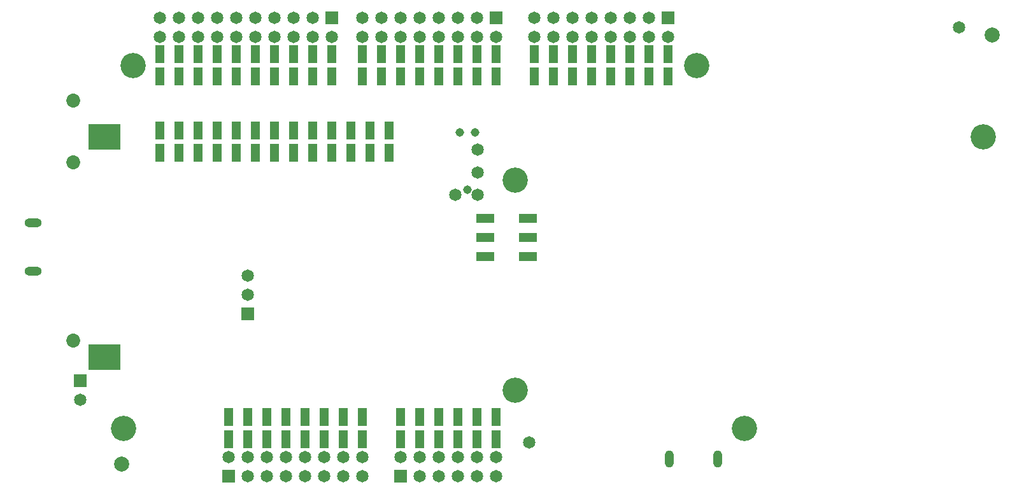
<source format=gbs>
G04*
G04 #@! TF.GenerationSoftware,Altium Limited,Altium Designer,23.11.1 (41)*
G04*
G04 Layer_Color=16711935*
%FSLAX24Y24*%
%MOIN*%
G70*
G04*
G04 #@! TF.SameCoordinates,7572C3C8-2950-46ED-BF1E-06EED60B5480*
G04*
G04*
G04 #@! TF.FilePolarity,Negative*
G04*
G01*
G75*
%ADD121C,0.0787*%
%ADD137R,0.0462X0.0922*%
%ADD163C,0.0651*%
%ADD191R,0.0651X0.0651*%
%ADD192C,0.0729*%
%ADD193R,0.0651X0.0651*%
%ADD194O,0.0454X0.0906*%
%ADD195C,0.0450*%
%ADD196O,0.0906X0.0454*%
%ADD197C,0.1320*%
%ADD251R,0.0934X0.0462*%
%ADD252R,0.1714X0.1320*%
D121*
X5411Y1120D02*
D03*
X50973Y23600D02*
D03*
D137*
X18400Y17423D02*
D03*
Y18577D02*
D03*
X17400Y17423D02*
D03*
Y18577D02*
D03*
X13400Y17423D02*
D03*
Y18577D02*
D03*
X14400Y17423D02*
D03*
Y18577D02*
D03*
X8400Y17423D02*
D03*
Y18577D02*
D03*
X9400D02*
D03*
Y17423D02*
D03*
X10400Y18577D02*
D03*
Y17423D02*
D03*
X12400Y18577D02*
D03*
Y17423D02*
D03*
X11400Y18577D02*
D03*
Y17423D02*
D03*
X7400D02*
D03*
Y18577D02*
D03*
X16400D02*
D03*
Y17423D02*
D03*
X15400Y18577D02*
D03*
Y17423D02*
D03*
X19400Y18577D02*
D03*
Y17423D02*
D03*
X34000Y21423D02*
D03*
Y22577D02*
D03*
X30000D02*
D03*
Y21423D02*
D03*
X29000Y22577D02*
D03*
Y21423D02*
D03*
X31000Y22577D02*
D03*
Y21423D02*
D03*
X32000Y22577D02*
D03*
Y21423D02*
D03*
X33000D02*
D03*
Y22577D02*
D03*
X27000Y21423D02*
D03*
Y22577D02*
D03*
X28000Y21423D02*
D03*
Y22577D02*
D03*
X8400D02*
D03*
Y21423D02*
D03*
X7400Y22577D02*
D03*
Y21423D02*
D03*
X16400D02*
D03*
Y22577D02*
D03*
X12400D02*
D03*
Y21423D02*
D03*
X11400Y22577D02*
D03*
Y21423D02*
D03*
X13400Y22577D02*
D03*
Y21423D02*
D03*
X14400Y22577D02*
D03*
Y21423D02*
D03*
X15400D02*
D03*
Y22577D02*
D03*
X9400Y21423D02*
D03*
Y22577D02*
D03*
X10400Y21423D02*
D03*
Y22577D02*
D03*
X25000Y21423D02*
D03*
Y22577D02*
D03*
X21000D02*
D03*
Y21423D02*
D03*
X20000Y22577D02*
D03*
Y21423D02*
D03*
X22000Y22577D02*
D03*
Y21423D02*
D03*
X23000Y22577D02*
D03*
Y21423D02*
D03*
X24000D02*
D03*
Y22577D02*
D03*
X18000Y21423D02*
D03*
Y22577D02*
D03*
X19000Y21423D02*
D03*
Y22577D02*
D03*
X20000Y3577D02*
D03*
Y2423D02*
D03*
X24000D02*
D03*
Y3577D02*
D03*
X25000Y2423D02*
D03*
Y3577D02*
D03*
X23000Y2423D02*
D03*
Y3577D02*
D03*
X22000Y2423D02*
D03*
Y3577D02*
D03*
X21000D02*
D03*
Y2423D02*
D03*
X11000Y3577D02*
D03*
Y2423D02*
D03*
X15000D02*
D03*
Y3577D02*
D03*
X16000Y2423D02*
D03*
Y3577D02*
D03*
X14000Y2423D02*
D03*
Y3577D02*
D03*
X13000Y2423D02*
D03*
Y3577D02*
D03*
X12000D02*
D03*
Y2423D02*
D03*
X18000Y3577D02*
D03*
Y2423D02*
D03*
X17000Y3577D02*
D03*
Y2423D02*
D03*
D163*
X24050Y17581D02*
D03*
X22869Y15219D02*
D03*
X24050Y16400D02*
D03*
Y15219D02*
D03*
X12000Y10000D02*
D03*
Y11000D02*
D03*
X3220Y4490D02*
D03*
X27000Y24500D02*
D03*
Y23500D02*
D03*
X30000D02*
D03*
Y24500D02*
D03*
X32000Y23500D02*
D03*
Y24500D02*
D03*
X33000Y23500D02*
D03*
Y24500D02*
D03*
X34000Y23500D02*
D03*
X31000Y24500D02*
D03*
Y23500D02*
D03*
X29000Y24500D02*
D03*
Y23500D02*
D03*
X28000D02*
D03*
Y24500D02*
D03*
X18000D02*
D03*
Y23500D02*
D03*
X21000D02*
D03*
Y24500D02*
D03*
X23000Y23500D02*
D03*
Y24500D02*
D03*
X24000Y23500D02*
D03*
Y24500D02*
D03*
X25000Y23500D02*
D03*
X22000Y24500D02*
D03*
Y23500D02*
D03*
X20000Y24500D02*
D03*
Y23500D02*
D03*
X19000D02*
D03*
Y24500D02*
D03*
X18000Y500D02*
D03*
Y1500D02*
D03*
X15000D02*
D03*
Y500D02*
D03*
X13000Y1500D02*
D03*
Y500D02*
D03*
X12000Y1500D02*
D03*
Y500D02*
D03*
X11000Y1500D02*
D03*
X14000Y500D02*
D03*
Y1500D02*
D03*
X16000Y500D02*
D03*
Y1500D02*
D03*
X17000D02*
D03*
Y500D02*
D03*
X9400Y24500D02*
D03*
Y23500D02*
D03*
X12400D02*
D03*
Y24500D02*
D03*
X14400Y23500D02*
D03*
Y24500D02*
D03*
X15400Y23500D02*
D03*
Y24500D02*
D03*
X16400Y23500D02*
D03*
X13400Y24500D02*
D03*
Y23500D02*
D03*
X11400Y24500D02*
D03*
Y23500D02*
D03*
X10400D02*
D03*
Y24500D02*
D03*
X8400D02*
D03*
Y23500D02*
D03*
X7400D02*
D03*
Y24500D02*
D03*
X24000Y1500D02*
D03*
Y500D02*
D03*
X22000Y1500D02*
D03*
Y500D02*
D03*
X21000Y1500D02*
D03*
Y500D02*
D03*
X20000Y1500D02*
D03*
X23000Y500D02*
D03*
Y1500D02*
D03*
X25000Y500D02*
D03*
Y1500D02*
D03*
X26750Y2250D02*
D03*
X49250Y24000D02*
D03*
D191*
X12000Y9000D02*
D03*
X3220Y5490D02*
D03*
D192*
X2880Y20157D02*
D03*
Y16929D02*
D03*
Y7590D02*
D03*
D193*
X34000Y24500D02*
D03*
X25000D02*
D03*
X11000Y500D02*
D03*
X16400Y24500D02*
D03*
X20000Y500D02*
D03*
D194*
X34067Y1400D02*
D03*
X36586D02*
D03*
D195*
X23500Y15500D02*
D03*
X23100Y18500D02*
D03*
X23900D02*
D03*
D196*
X765Y13760D02*
D03*
Y11240D02*
D03*
D197*
X50500Y18250D02*
D03*
X26000Y5000D02*
D03*
Y16000D02*
D03*
X5500Y3000D02*
D03*
X6000Y22000D02*
D03*
X38000Y3000D02*
D03*
X35500Y22000D02*
D03*
D251*
X24438Y12000D02*
D03*
X26662D02*
D03*
X24438Y13000D02*
D03*
Y14000D02*
D03*
X26662Y13000D02*
D03*
Y14000D02*
D03*
D252*
X4500Y18262D02*
D03*
Y6726D02*
D03*
M02*

</source>
